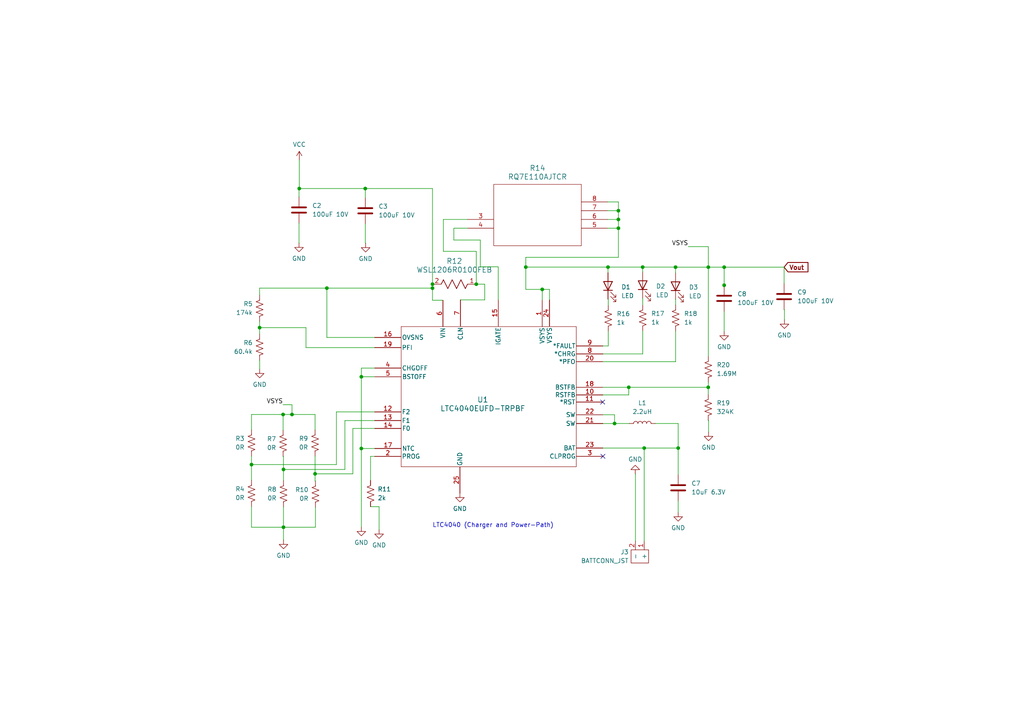
<source format=kicad_sch>
(kicad_sch (version 20231120) (generator "eeschema") (generator_version "8.0")
  (paper "A4")
  (title_block (title "PWX-Schematic_Repo") (date "2024-10-04") (rev "0") (company "Packetworx") (comment 1 "J.Javier"))
  (lib_symbols
    (symbol "Device:C" (pin_numbers hide) (pin_names (offset 0.254))
      (property "Reference" "C" (at 0.635 2.54 0))
      (property "Value" "C" (at 0.635 -2.54 0))
      (symbol "C_0_1"
        (polyline (pts (xy -2.032 -0.762) (xy 2.032 -0.762)) (stroke (width 0.508)))
        (polyline (pts (xy -2.032 0.762) (xy 2.032 0.762)) (stroke (width 0.508)))
      )
      (symbol "C_1_1"
        (pin passive line (at 0 3.81 270) (length 2.794) (name "~") (number "1"))
        (pin passive line (at 0 -3.81 90) (length 2.794) (name "~") (number "2"))
      )
    )
    (symbol "Device:L" (pin_numbers hide) (pin_names (offset 1.016) hide)
      (property "Reference" "L" (at -1.27 0 90))
      (property "Value" "L" (at 1.905 0 90))
      (symbol "L_0_1"
        (arc (start 0 -2.54) (mid 0.6323 -1.905) (end 0 -1.27))
        (arc (start 0 -1.27) (mid 0.6323 -0.635) (end 0 0))
        (arc (start 0 0) (mid 0.6323 0.635) (end 0 1.27))
        (arc (start 0 1.27) (mid 0.6323 1.905) (end 0 2.54))
      )
      (symbol "L_1_1"
        (pin passive line (at 0 3.81 270) (length 1.27) (name "1") (number "1"))
        (pin passive line (at 0 -3.81 90) (length 1.27) (name "2") (number "2"))
      )
    )
    (symbol "Device:LED" (pin_numbers hide) (pin_names (offset 1.016) hide)
      (property "Reference" "D" (at 0 2.54 0))
      (property "Value" "LED" (at 0 -2.54 0))
      (symbol "LED_0_1"
        (polyline (pts (xy -1.27 -1.27) (xy -1.27 1.27)) (stroke (width 0.254)))
        (polyline (pts (xy -1.27 0) (xy 1.27 0)))
        (polyline (pts (xy 1.27 -1.27) (xy 1.27 1.27) (xy -1.27 0) (xy 1.27 -1.27)) (stroke (width 0.254)))
        (polyline (pts (xy -3.048 -0.762) (xy -4.572 -2.286) (xy -3.81 -2.286) (xy -4.572 -2.286) (xy -4.572 -1.524)))
        (polyline (pts (xy -1.778 -0.762) (xy -3.302 -2.286) (xy -2.54 -2.286) (xy -3.302 -2.286) (xy -3.302 -1.524)))
      )
      (symbol "LED_1_1"
        (pin passive line (at -3.81 0 0) (length 2.54) (name "K") (number "1"))
        (pin passive line (at 3.81 0 180) (length 2.54) (name "A") (number "2"))
      )
    )
    (symbol "Device:R_US" (pin_numbers hide) (pin_names (offset 0))
      (property "Reference" "R" (at 2.54 0 90))
      (property "Value" "R_US" (at -2.54 0 90))
      (symbol "R_US_0_1"
        (polyline (pts (xy 0 -2.286) (xy 0 -2.54)))
        (polyline (pts (xy 0 2.286) (xy 0 2.54)))
        (polyline (pts (xy 0 -0.762) (xy 1.016 -1.143) (xy 0 -1.524) (xy -1.016 -1.905) (xy 0 -2.286)))
        (polyline (pts (xy 0 0.762) (xy 1.016 0.381) (xy 0 0) (xy -1.016 -0.381) (xy 0 -0.762)))
        (polyline (pts (xy 0 2.286) (xy 1.016 1.905) (xy 0 1.524) (xy -1.016 1.143) (xy 0 0.762)))
      )
      (symbol "R_US_1_1"
        (pin passive line (at 0 3.81 270) (length 1.27) (name "~") (number "1"))
        (pin passive line (at 0 -3.81 90) (length 1.27) (name "~") (number "2"))
      )
    )
    (symbol "LTC4040eufd:LTC4040EUFD-TRPBF" (pin_names (offset 0.254))
      (property "Reference" "U2" (at 31.2928 -16.129 0))
      (property "Value" "LTC4040EUFD-TRPBF" (at 31.2928 -18.669 0))
      (symbol "LTC4040EUFD-TRPBF_0_1"
        (polyline (pts (xy 7.62 -35.56) (xy 58.42 -35.56)) (stroke (width 0.127)))
        (polyline (pts (xy 7.62 5.08) (xy 7.62 -35.56)) (stroke (width 0.127)))
        (polyline (pts (xy 58.42 -35.56) (xy 58.42 5.08)) (stroke (width 0.127)))
        (polyline (pts (xy 58.42 5.08) (xy 7.62 5.08)) (stroke (width 0.127)))
        (pin output line (at 48.5394 12.7254 270) (length 7.62) (name "VSYS") (number "1"))
        (pin input line (at 66.1162 -14.732 180) (length 7.62) (name "RSTFB") (number "10"))
        (pin output line (at 66.0654 -16.8148 180) (length 7.62) (name "*RST") (number "11"))
        (pin input line (at -0.0762 -19.6596 0) (length 7.62) (name "F2") (number "12"))
        (pin input line (at -0.0762 -22.1742 0) (length 7.62) (name "F1") (number "13"))
        (pin input line (at -0.0254 -24.4602 0) (length 7.62) (name "F0") (number "14"))
        (pin unspecified line (at 35.7886 12.827 270) (length 7.62) (name "IGATE") (number "15"))
        (pin input line (at -0.0508 1.9304 0) (length 7.62) (name "OVSNS") (number "16"))
        (pin input line (at -0.0254 -30.2768 0) (length 7.62) (name "NTC") (number "17"))
        (pin input line (at 66.0908 -12.5222 180) (length 7.62) (name "BSTFB") (number "18"))
        (pin input line (at -0.0762 -1.016 0) (length 7.62) (name "PFI") (number "19"))
        (pin unspecified line (at -0.0762 -32.5628 0) (length 7.62) (name "PROG") (number "2"))
        (pin output line (at 66.0908 -5.1054 180) (length 7.62) (name "*PFO") (number "20"))
        (pin unspecified line (at 66.1162 -23.0378 180) (length 7.62) (name "SW") (number "21"))
        (pin unspecified line (at 66.1162 -20.4978 180) (length 7.62) (name "SW") (number "22"))
        (pin input line (at 66.1162 -30.1498 180) (length 7.62) (name "BAT") (number "23"))
        (pin output line (at 50.6476 12.8016 270) (length 7.62) (name "VSYS") (number "24"))
        (pin power_in line (at 24.6634 -43.2308 90) (length 7.62) (name "GND") (number "25"))
        (pin unspecified line (at 66.1416 -32.5374 180) (length 7.62) (name "CLPROG") (number "3"))
        (pin unspecified line (at -0.0508 -6.9596 0) (length 7.62) (name "CHGOFF") (number "4"))
        (pin unspecified line (at -0.0254 -9.4742 0) (length 7.62) (name "BSTOFF") (number "5"))
        (pin input line (at 19.7358 12.7254 270) (length 7.62) (name "VIN") (number "6"))
        (pin unspecified line (at 24.8158 12.827 270) (length 7.62) (name "CLN") (number "7"))
        (pin output line (at 66.1416 -2.8448 180) (length 7.62) (name "*CHRG") (number "8"))
        (pin output line (at 66.1162 -0.5334 180) (length 7.62) (name "*FAULT") (number "9"))
      )
    )
    (symbol "Packetworx_Symbols:BATTCONN_JST" (pin_names (offset 1.016))
      (property "Reference" "J" (at -2.54 7.62 0))
      (property "Value" "BATTCONN_JST" (at 1.27 0 0))
      (symbol "BATTCONN_JST_0_1"
        (rectangle (start 0 6.35) (end -3.81 1.27))
      )
      (symbol "BATTCONN_JST_1_1"
        (pin passive line (at 2.54 5.08 180) (length 2.54) (name "+") (number "1"))
        (pin passive line (at 2.54 2.54 180) (length 2.54) (name "-") (number "2"))
      )
    )
    (symbol "RQ7E110AJTCR:RQ7E110AJTCR" (pin_names (offset 0.254))
      (property "Reference" "R" (at 20.32 10.16 0))
      (property "Value" "RQ7E110AJTCR" (at 20.32 7.62 0))
      (symbol "RQ7E110AJTCR_0_1"
        (polyline (pts (xy 7.62 -12.7) (xy 33.02 -12.7)) (stroke (width 0.127)))
        (polyline (pts (xy 7.62 5.08) (xy 7.62 -12.7)) (stroke (width 0.127)))
        (polyline (pts (xy 33.02 -12.7) (xy 33.02 5.08)) (stroke (width 0.127)))
        (polyline (pts (xy 33.02 5.08) (xy 7.62 5.08)) (stroke (width 0.127)))
        (pin unspecified line (at 0 -5.08 0) (length 7.62) (name "") (number "3"))
        (pin unspecified line (at 0 -7.62 0) (length 7.62) (name "") (number "4"))
        (pin unspecified line (at 40.64 -7.62 180) (length 7.62) (name "") (number "5"))
        (pin unspecified line (at 40.64 -5.08 180) (length 7.62) (name "") (number "6"))
        (pin unspecified line (at 40.64 -2.54 180) (length 7.62) (name "") (number "7"))
        (pin unspecified line (at 40.64 0 180) (length 7.62) (name "") (number "8"))
      )
    )
    (symbol "WSL1206R0100FEB:WSL1206R0100FEB" (pin_names (offset 0.254))
      (property "Reference" "R" (at 5.715 3.81 0))
      (property "Value" "WSL1206R0100FEB" (at 6.35 -3.81 0))
      (symbol "WSL1206R0100FEB_1_1"
        (polyline (pts (xy 2.54 0) (xy 3.175 1.27)) (stroke (width 0.2032)))
        (polyline (pts (xy 3.175 1.27) (xy 4.445 -1.27)) (stroke (width 0.2032)))
        (polyline (pts (xy 4.445 -1.27) (xy 5.715 1.27)) (stroke (width 0.2032)))
        (polyline (pts (xy 5.715 1.27) (xy 6.985 -1.27)) (stroke (width 0.2032)))
        (polyline (pts (xy 6.985 -1.27) (xy 8.255 1.27)) (stroke (width 0.2032)))
        (polyline (pts (xy 8.255 1.27) (xy 9.525 -1.27)) (stroke (width 0.2032)))
        (polyline (pts (xy 9.525 -1.27) (xy 10.16 0)) (stroke (width 0.2032)))
        (pin unspecified line (at 12.7 0 180) (length 2.54) (name "") (number "1"))
        (pin unspecified line (at 0 0 0) (length 2.54) (name "") (number "2"))
      )
      (symbol "WSL1206R0100FEB_1_2"
        (polyline (pts (xy -1.27 3.175) (xy 1.27 4.445)) (stroke (width 0.2032)))
        (polyline (pts (xy -1.27 5.715) (xy 1.27 6.985)) (stroke (width 0.2032)))
        (polyline (pts (xy -1.27 8.255) (xy 1.27 9.525)) (stroke (width 0.2032)))
        (polyline (pts (xy 0 2.54) (xy -1.27 3.175)) (stroke (width 0.2032)))
        (polyline (pts (xy 1.27 4.445) (xy -1.27 5.715)) (stroke (width 0.2032)))
        (polyline (pts (xy 1.27 6.985) (xy -1.27 8.255)) (stroke (width 0.2032)))
        (polyline (pts (xy 1.27 9.525) (xy 0 10.16)) (stroke (width 0.2032)))
        (pin unspecified line (at 0 12.7 270) (length 2.54) (name "") (number "1"))
        (pin unspecified line (at 0 0 90) (length 2.54) (name "") (number "2"))
      )
    )
    (symbol "power:GND" (power) (pin_names (offset 0))
      (property "Value" "GND" (at 0 -3.81 0))
      (symbol "GND_0_1"
        (polyline (pts (xy 0 0) (xy 0 -1.27) (xy 1.27 -1.27) (xy 0 -2.54) (xy -1.27 -1.27) (xy 0 -1.27)))
      )
      (symbol "GND_1_1"
        (pin power_in line (at 0 0 270) (length 0) hide (name "GND") (number "1"))
      )
    )
    (symbol "power:VCC" (power) (pin_numbers hide) (pin_names (offset 0) hide)
      (property "Value" "VCC" (at 0 3.556 0))
      (symbol "VCC_0_1"
        (polyline (pts (xy -0.762 1.27) (xy 0 2.54)))
        (polyline (pts (xy 0 0) (xy 0 2.54)))
        (polyline (pts (xy 0 2.54) (xy 0.762 1.27)))
      )
      (symbol "VCC_1_1"
        (pin power_in line (at 0 0 90) (length 0) (name "~") (number "1"))
      )
    )
  )
  (junction (at 72.9455 134.747))
  (junction (at 186.401 77.4721))
  (junction (at 105.9476 54.6855))
  (junction (at 91.3837 137.4289))
  (junction (at 94.8055 83.57))
  (junction (at 179.3636 61.1098))
  (junction (at 104.8039 109.2804))
  (junction (at 125.437 82.4214))
  (junction (at 196.6977 129.956))
  (junction (at 195.9368 77.489))
  (junction (at 104.8039 130.083))
  (junction (at 75.2934 95.0249))
  (junction (at 138.137 82.4214))
  (junction (at 125.437 83.57))
  (junction (at 84.6895 120.2199))
  (junction (at 82.2205 136.1625))
  (junction (at 82.2205 152.9193))
  (junction (at 82.1087 120.2199))
  (junction (at 179.3636 63.6498))
  (junction (at 210.0348 82.726))
  (junction (at 176.3438 77.4721))
  (junction (at 179.3636 66.1898))
  (junction (at 157.2723 83.9356))
  (junction (at 186.8444 129.956))
  (junction (at 182.3646 112.3284))
  (junction (at 152.5045 77.4721))
  (junction (at 178.2486 122.8326))
  (junction (at 205.4404 77.489))
  (junction (at 210.0347 77.489))
  (junction (at 86.8025 54.6855))
  (junction (at 205.4176 112.3284))
  (no_connect (at 174.8713 132.3436))
  (no_connect (at 174.7951 116.621))
  (wire (pts (xy 182.3646 114.5382) (xy 182.3646 112.3284)))
  (wire (pts (xy 157.2691 87.0808) (xy 157.2723 87.0808)))
  (wire (pts (xy 176.2326 61.1098) (xy 179.3636 61.1098)))
  (wire (pts (xy 102.3455 137.4289) (xy 91.3837 137.4289)))
  (wire (pts (xy 72.9455 132.2733) (xy 72.9455 134.747)))
  (wire (pts (xy 75.2934 83.57) (xy 94.8055 83.57)))
  (wire (pts (xy 72.9455 146.9121) (xy 72.9455 152.9193)))
  (wire (pts (xy 179.3636 74.6352) (xy 152.5045 74.6352)))
  (wire (pts (xy 205.4176 114.3454) (xy 205.4176 112.3284)))
  (wire (pts (xy 91.3837 120.2199) (xy 84.6895 120.2199)))
  (wire (pts (xy 108.7043 124.2664) (xy 102.3455 124.2664)))
  (wire (pts (xy 176.4171 86.7399) (xy 176.3438 86.7399)))
  (wire (pts (xy 86.7271 57.1008) (xy 86.7271 54.6855)))
  (wire (pts (xy 152.5045 83.9356) (xy 152.5045 77.4721)))
  (wire (pts (xy 178.2486 120.304) (xy 178.2486 122.8326)))
  (wire (pts (xy 108.6535 121.9804) (xy 100.0361 121.9804)))
  (wire (pts (xy 186.401 78.8964) (xy 186.401 77.4721)))
  (wire (pts (xy 82.0821 117.389) (xy 84.6895 117.389)))
  (wire (pts (xy 210.0347 77.489) (xy 205.4404 77.489)))
  (wire (pts (xy 105.9476 54.6855) (xy 105.9476 57.3243)))
  (wire (pts (xy 97.5777 119.4658) (xy 97.5777 134.747)))
  (wire (pts (xy 157.2723 87.0808) (xy 157.2723 83.9356)))
  (wire (pts (xy 152.5045 83.9356) (xy 157.2723 83.9356)))
  (wire (pts (xy 195.9576 88.4303) (xy 195.9576 86.8144)))
  (wire (pts (xy 176.2326 66.1898) (xy 179.3636 66.1898)))
  (wire (pts (xy 205.4404 103.3108) (xy 205.4404 77.489)))
  (wire (pts (xy 84.6895 117.389) (xy 84.6895 120.2199)))
  (wire (pts (xy 125.437 82.4214) (xy 125.437 83.57)))
  (wire (pts (xy 86.8025 46.4438) (xy 86.8025 54.6855)))
  (wire (pts (xy 125.437 87.0808) (xy 125.437 83.57)))
  (wire (pts (xy 190.1043 122.8326) (xy 196.6977 122.8326)))
  (wire (pts (xy 174.8459 114.5382) (xy 182.3646 114.5382)))
  (wire (pts (xy 97.5777 134.747) (xy 72.9455 134.747)))
  (wire (pts (xy 128.595 72.8978) (xy 128.595 63.6498)))
  (wire (pts (xy 86.7271 64.7208) (xy 86.7271 70.4905)))
  (wire (pts (xy 186.401 77.4721) (xy 195.9368 77.4721)))
  (wire (pts (xy 135.5926 66.1898) (xy 131.6353 66.1898)))
  (wire (pts (xy 75.3151 104.511) (xy 75.2934 104.511)))
  (wire (pts (xy 128.4655 87.0808) (xy 125.437 87.0808)))
  (wire (pts (xy 102.3455 124.2664) (xy 102.3455 137.4289)))
  (wire (pts (xy 179.3636 58.5698) (xy 176.2326 58.5698)))
  (wire (pts (xy 108.7043 109.2804) (xy 104.8039 109.2804)))
  (wire (pts (xy 94.8055 97.8758) (xy 94.8055 83.57)))
  (wire (pts (xy 205.4404 77.489) (xy 195.9368 77.489)))
  (wire (pts (xy 131.6353 69.6162) (xy 139.3085 69.6162)))
  (wire (pts (xy 82.1087 124.765) (xy 82.1087 120.2199)))
  (wire (pts (xy 88.7496 95.0249) (xy 75.2934 95.0249)))
  (wire (pts (xy 75.2934 93.2246) (xy 75.2934 95.0249)))
  (wire (pts (xy 91.3837 124.6533) (xy 91.3837 120.2199)))
  (wire (pts (xy 86.8025 54.6855) (xy 105.9476 54.6855)))
  (wire (pts (xy 82.2205 136.1625) (xy 82.2205 132.385)))
  (wire (pts (xy 195.9576 86.8144) (xy 195.9368 86.8144)))
  (wire (pts (xy 104.8039 130.083) (xy 104.8039 152.8735)))
  (wire (pts (xy 100.0361 121.9804) (xy 100.0361 136.1625)))
  (wire (pts (xy 195.9576 104.9116) (xy 195.9576 96.0503)))
  (wire (pts (xy 196.6977 148.6144) (xy 196.6977 145.2888)))
  (wire (pts (xy 174.8205 112.3284) (xy 182.3646 112.3284)))
  (wire (pts (xy 109.9522 153.6251) (xy 109.9522 146.9647)))
  (wire (pts (xy 174.8459 120.304) (xy 178.2486 120.304)))
  (wire (pts (xy 108.7043 130.083) (xy 104.8039 130.083)))
  (wire (pts (xy 75.2934 83.57) (xy 75.2934 85.6046)))
  (wire (pts (xy 184.3044 137.4818) (xy 184.2465 137.4818)))
  (wire (pts (xy 176.4171 100.3396) (xy 174.8459 100.3396)))
  (wire (pts (xy 109.9522 146.9647) (xy 107.4748 146.9647)))
  (wire (pts (xy 157.2723 83.9356) (xy 159.3773 83.9356)))
  (wire (pts (xy 179.3636 63.6498) (xy 179.3636 66.1898)))
  (wire (pts (xy 196.6977 122.8326) (xy 196.6977 129.956)))
  (wire (pts (xy 174.8205 104.9116) (xy 195.9576 104.9116)))
  (wire (pts (xy 105.9476 54.6855) (xy 125.437 54.6855)))
  (wire (pts (xy 82.2205 152.9193) (xy 82.2205 156.6276)))
  (wire (pts (xy 205.4404 71.5365) (xy 205.4404 77.489)))
  (wire (pts (xy 178.2486 122.8326) (xy 182.4843 122.8326)))
  (wire (pts (xy 176.4171 96.111) (xy 176.4171 100.3396)))
  (wire (pts (xy 100.0361 136.1625) (xy 82.2205 136.1625)))
  (wire (pts (xy 179.3636 58.5698) (xy 179.3636 61.1098)))
  (wire (pts (xy 72.9455 120.2199) (xy 72.9455 124.6533)))
  (wire (pts (xy 104.8039 109.2804) (xy 104.8039 130.083)))
  (wire (pts (xy 182.3646 112.3284) (xy 205.4176 112.3284)))
  (wire (pts (xy 205.5148 121.9654) (xy 205.4176 121.9654)))
  (wire (pts (xy 152.5045 74.6352) (xy 152.5045 77.4721)))
  (wire (pts (xy 174.8459 129.956) (xy 186.8444 129.956)))
  (wire (pts (xy 105.9476 70.5528) (xy 105.9476 64.9443)))
  (wire (pts (xy 106.0436 70.5528) (xy 105.9476 70.5528)))
  (wire (pts (xy 227.4208 77.489) (xy 210.0347 77.489)))
  (wire (pts (xy 152.5045 77.4721) (xy 176.3438 77.4721)))
  (wire (pts (xy 75.2934 95.0249) (xy 75.2934 96.891)))
  (wire (pts (xy 82.2205 152.9193) (xy 91.4955 152.9193)))
  (wire (pts (xy 196.6977 129.956) (xy 196.6977 137.6688)))
  (wire (pts (xy 205.4176 112.3284) (xy 205.4404 112.3284)))
  (wire (pts (xy 184.3044 156.9388) (xy 184.3044 137.4818)))
  (wire (pts (xy 174.8459 122.844) (xy 178.2486 122.844)))
  (wire (pts (xy 108.6535 100.8222) (xy 88.7496 100.8222)))
  (wire (pts (xy 107.4748 139.3447) (xy 107.4748 132.369)))
  (wire (pts (xy 108.6535 119.4658) (xy 97.5777 119.4658)))
  (wire (pts (xy 199.6253 71.5365) (xy 205.4404 71.5365)))
  (wire (pts (xy 140.5969 82.4214) (xy 138.137 82.4214)))
  (wire (pts (xy 227.4208 77.489) (xy 227.4208 82.2119)))
  (wire (pts (xy 88.7496 100.8222) (xy 88.7496 95.0249)))
  (wire (pts (xy 75.3151 107.0473) (xy 75.3151 104.511)))
  (wire (pts (xy 140.5969 86.9792) (xy 140.5969 82.4214)))
  (wire (pts (xy 176.3438 79.1199) (xy 176.3438 77.4721)))
  (wire (pts (xy 94.8055 83.57) (xy 125.437 83.57)))
  (wire (pts (xy 179.3636 61.1098) (xy 179.3636 63.6498)))
  (wire (pts (xy 104.8039 106.7658) (xy 104.8039 109.2804)))
  (wire (pts (xy 205.4404 112.3284) (xy 205.4404 110.9308)))
  (wire (pts (xy 176.4171 88.491) (xy 176.4171 86.7399)))
  (wire (pts (xy 125.437 54.6855) (xy 125.437 82.4214)))
  (wire (pts (xy 159.3773 83.9356) (xy 159.3773 87.0046)))
  (wire (pts (xy 139.3085 69.6162) (xy 139.3085 77.3859)))
  (wire (pts (xy 128.595 72.8978) (xy 138.137 72.8978)))
  (wire (pts (xy 186.8444 129.956) (xy 196.6977 129.956)))
  (wire (pts (xy 138.137 72.8978) (xy 138.137 82.4214)))
  (wire (pts (xy 144.5085 77.3859) (xy 144.5085 86.9792)))
  (wire (pts (xy 82.2205 132.385) (xy 82.1087 132.385)))
  (wire (pts (xy 108.6789 97.8758) (xy 94.8055 97.8758)))
  (wire (pts (xy 176.3438 77.4721) (xy 186.401 77.4721)))
  (wire (pts (xy 91.3837 132.2733) (xy 91.3837 137.4289)))
  (wire (pts (xy 107.4748 132.369) (xy 108.6535 132.369)))
  (wire (pts (xy 86.7271 54.6855) (xy 86.8025 54.6855)))
  (wire (pts (xy 174.8713 102.651) (xy 186.4219 102.651)))
  (wire (pts (xy 227.5169 92.7388) (xy 227.5169 89.8319)))
  (wire (pts (xy 91.3837 139.5156) (xy 91.4955 139.5156)))
  (wire (pts (xy 186.4219 102.651) (xy 186.4219 96.0282)))
  (wire (pts (xy 72.9455 134.747) (xy 72.9455 139.2921)))
  (wire (pts (xy 210.0348 82.726) (xy 210.0347 82.726)))
  (wire (pts (xy 72.9455 120.2199) (xy 82.1087 120.2199)))
  (wire (pts (xy 195.9368 77.4721) (xy 195.9368 77.489)))
  (wire (pts (xy 139.3085 77.3859) (xy 144.5085 77.3859)))
  (wire (pts (xy 179.3636 66.1898) (xy 179.3636 74.6352)))
  (wire (pts (xy 144.5085 86.9792) (xy 144.5183 86.9792)))
  (wire (pts (xy 195.9368 77.489) (xy 195.9368 79.1944)))
  (wire (pts (xy 133.5455 86.9792) (xy 140.5969 86.9792)))
  (wire (pts (xy 108.6789 106.7658) (xy 104.8039 106.7658)))
  (wire (pts (xy 82.2205 147.0239) (xy 82.2205 152.9193)))
  (wire (pts (xy 186.8444 129.956) (xy 186.8444 156.9388)))
  (wire (pts (xy 72.9455 152.9193) (xy 82.2205 152.9193)))
  (wire (pts (xy 91.4955 152.9193) (xy 91.4955 147.1356)))
  (wire (pts (xy 186.4219 88.4082) (xy 186.4219 86.5164)))
  (wire (pts (xy 128.595 63.6498) (xy 135.5926 63.6498)))
  (wire (pts (xy 91.3837 137.4289) (xy 91.3837 139.5156)))
  (wire (pts (xy 205.5148 125.291) (xy 205.5148 121.9654)))
  (wire (pts (xy 82.1087 120.2199) (xy 84.6895 120.2199)))
  (wire (pts (xy 227.5169 89.8319) (xy 227.4208 89.8319)))
  (wire (pts (xy 186.4219 86.5164) (xy 186.401 86.5164)))
  (wire (pts (xy 178.2486 122.844) (xy 178.2486 122.8326)))
  (wire (pts (xy 176.2326 63.6498) (xy 179.3636 63.6498)))
  (wire (pts (xy 131.6353 66.1898) (xy 131.6353 69.6162)))
  (wire (pts (xy 82.2205 156.6276) (xy 82.2301 156.6276)))
  (wire (pts (xy 82.2205 139.4039) (xy 82.2205 136.1625)))
  (wire (pts (xy 210.0347 82.726) (xy 210.0347 77.489)))
  (wire (pts (xy 210.0348 90.346) (xy 210.0348 96.1157)))
  (text "LTC4040 (Charger and Power-Path)" (at 125.4159 153.1892 0) (effects (font (size 1.27 1.27)) (justify left bottom)))
  (label "VSYS" (at 199.6253 71.5365 180))
  (label "VSYS" (at 82.0821 117.389 180))
  (global_label "Vout" (shape input) (at 227.4208 77.489 0) (effects (font (thickness 0.254) (bold yes))) (property "Intersheetrefs" "${INTERSHEET_REFS}" (effects (hide yes))))
  (symbol (lib_id "power:GND") (at 133.3931 143.037 0) (unit 1)
    (property "Reference" "#PWR017" (effects (hide yes)))
    (property "Value" "GND" (at 133.3931 147.5269 0))
    (instances (project "Fuel Sensor 12V Modbus Version Optimized" (path "" (reference "#PWR017") (unit 1))) (project "TYPC-C UPS" (path "" (reference "#PWR08") (unit 1))) (project "PWX-Schematic Repo" (path "" (reference "#PWR?") (unit 1))))
  )
  (symbol (lib_id "power:GND") (at 109.9522 153.6251 0) (unit 1)
    (property "Reference" "#PWR016" (effects (hide yes)))
    (property "Value" "GND" (at 109.9522 158.115 0))
    (instances (project "Fuel Sensor 12V Modbus Version Optimized" (path "" (reference "#PWR016") (unit 1))) (project "TYPC-C UPS" (path "" (reference "#PWR07") (unit 1))) (project "PWX-Schematic Repo" (path "" (reference "#PWR?") (unit 1))))
  )
  (symbol (lib_id "Device:C") (at 196.6977 141.4788 0) (unit 1)
    (property "Reference" "C7" (at 200.5219 140.2088 0) (effects (justify left)))
    (property "Value" "10uF 6.3V" (at 200.5219 142.7488 0) (effects (justify left)))
    (property "Footprint" "Capacitor_SMD:C_0603_1608Metric" (effects (hide yes)))
    (property "JLCPCB Part #" "C3039698" (effects (hide yes)))
    (instances (project "Fuel Sensor 12V Modbus Version Optimized" (path "" (reference "C7") (unit 1))) (project "TYPC-C UPS" (path "" (reference "C3") (unit 1))) (project "PWX-Schematic Repo" (path "" (reference "C?") (unit 1))))
  )
  (symbol (lib_id "LTC4040eufd:LTC4040EUFD-TRPBF") (at 108.7297 99.8062 0) (unit 1)
    (property "Reference" "U1" (at 140.0225 115.9352 0) (effects (font (size 1.524 1.524))))
    (property "Value" "LTC4040EUFD-TRPBF" (at 140.0225 118.4752 0) (effects (font (size 1.524 1.524))))
    (property "Footprint" "footprints:QFN-24_UFD_LIT-L" (effects (hide yes)))
    (property "Datasheet" "LTC4040EUFD-TRPBF" (effects (hide yes)))
    (instances (project "Fuel Sensor 12V Modbus Version Optimized" (path "" (reference "U1") (unit 1))) (project "TYPC-C UPS" (path "" (reference "U1") (unit 1))) (project "PWX-Schematic Repo" (path "" (reference "U?") (unit 1))))
  )
  (symbol (lib_id "Device:R_US") (at 107.4748 143.1547 0) (mirror y) (unit 1)
    (property "Reference" "R11" (at 109.5265 141.8847 0) (effects (justify right)))
    (property "Value" "2k" (at 109.5265 144.4247 0) (effects (justify right)))
    (property "Footprint" "Resistor_SMD:R_0603_1608Metric" (effects (hide yes)))
    (property "JLCPCB Part #" "C72817" (effects (hide yes)))
    (instances (project "Fuel Sensor 12V Modbus Version Optimized" (path "" (reference "R11") (unit 1))) (project "TYPC-C UPS" (path "" (reference "R9") (unit 1))) (project "PWX-Schematic Repo" (path "" (reference "R?") (unit 1))))
  )
  (symbol (lib_id "Device:R_US") (at 72.9455 143.1021 0) (mirror x) (unit 1)
    (property "Reference" "R4" (at 70.9595 141.8321 0) (effects (justify right)))
    (property "Value" "0R" (at 70.9595 144.3721 0) (effects (justify right)))
    (property "Footprint" "Resistor_SMD:R_0603_1608Metric" (effects (hide yes)))
    (property "JLCPCB Part #" "C465460" (effects (hide yes)))
    (instances (project "Fuel Sensor 12V Modbus Version Optimized" (path "" (reference "R4") (unit 1))) (project "TYPC-C UPS" (path "" (reference "R2") (unit 1))) (project "PWX-Schematic Repo" (path "" (reference "R?") (unit 1))))
  )
  (symbol (lib_id "Device:R_US") (at 195.9576 92.2403 0) (mirror y) (unit 1)
    (property "Reference" "R18" (at 198.3792 90.9703 0) (effects (justify right)))
    (property "Value" "1k" (at 198.3792 93.5103 0) (effects (justify right)))
    (property "Footprint" "Resistor_SMD:R_0603_1608Metric" (effects (hide yes)))
    (property "JLCPCB Part #" "C253329" (effects (hide yes)))
    (instances (project "Fuel Sensor 12V Modbus Version Optimized" (path "" (reference "R18") (unit 1))) (project "TYPC-C UPS" (path "" (reference "R13") (unit 1))) (project "PWX-Schematic Repo" (path "" (reference "R?") (unit 1))))
  )
  (symbol (lib_id "Device:R_US") (at 205.4404 107.1208 0) (mirror y) (unit 1)
    (property "Reference" "R20" (at 207.862 105.8508 0) (effects (justify right)))
    (property "Value" "1.69M" (at 207.862 108.3908 0) (effects (justify right)))
    (property "Footprint" "Resistor_SMD:R_0603_1608Metric" (effects (hide yes)))
    (property "JLCPCB Part #" "C227677" (effects (hide yes)))
    (instances (project "Fuel Sensor 12V Modbus Version Optimized" (path "" (reference "R20") (unit 1))) (project "TYPC-C UPS" (path "" (reference "R15") (unit 1))) (project "PWX-Schematic Repo" (path "" (reference "R?") (unit 1))))
  )
  (symbol (lib_id "power:GND") (at 184.2465 137.4818 180) (unit 1)
    (property "Reference" "#PWR020" (effects (hide yes)))
    (property "Value" "GND" (at 184.2465 133.2255 0))
    (instances (project "Fuel Sensor 12V Modbus Version Optimized" (path "" (reference "#PWR020") (unit 1))) (project "TYPC-C UPS" (path "" (reference "#PWR010") (unit 1))) (project "PWX-Schematic Repo" (path "" (reference "#PWR?") (unit 1))))
  )
  (symbol (lib_id "RQ7E110AJTCR:RQ7E110AJTCR") (at 135.5926 58.5698 0) (unit 1)
    (property "Reference" "R14" (at 155.9126 48.7459 0) (effects (font (size 1.524 1.524))))
    (property "Value" "RQ7E110AJTCR" (at 155.9126 51.2859 0) (effects (font (size 1.524 1.524))))
    (property "Footprint" "footprints:TRANS_RQ7E055_ROM-M" (effects (hide yes)))
    (property "Datasheet" "RQ7E110AJTCR" (effects (hide yes)))
    (property "Digikey" "https://www.digikey.ph/en/products/detail/rohm-semiconductor/RQ7E110AJTCR/6573266?s=N4IgTCBcDaIEoEUDsBRAjGgDAQQFIBUBhOEAXQF8g" (effects (hide yes)))
    (instances (project "Fuel Sensor 12V Modbus Version Optimized" (path "" (reference "R14") (unit 1))) (project "TYPC-C UPS" (path "" (reference "R18") (unit 1))) (project "PWX-Schematic Repo" (path "" (reference "R?") (unit 1))))
  )
  (symbol (lib_id "power:GND") (at 86.7271 70.4905 0) (unit 1)
    (property "Reference" "#PWR011" (effects (hide yes)))
    (property "Value" "GND" (at 86.7271 74.9804 0))
    (instances (project "Fuel Sensor 12V Modbus Version Optimized" (path "" (reference "#PWR011") (unit 1))) (project "TYPC-C UPS" (path "" (reference "#PWR04") (unit 1))) (project "PWX-Schematic Repo" (path "" (reference "#PWR?") (unit 1))))
  )
  (symbol (lib_id "Device:R_US") (at 82.2205 143.2139 0) (mirror x) (unit 1)
    (property "Reference" "R8" (at 80.2345 141.9439 0) (effects (justify right)))
    (property "Value" "0R" (at 80.2345 144.4839 0) (effects (justify right)))
    (property "Footprint" "Resistor_SMD:R_0603_1608Metric" (effects (hide yes)))
    (property "JLCPCB Part #" "C465460" (effects (hide yes)))
    (instances (project "Fuel Sensor 12V Modbus Version Optimized" (path "" (reference "R8") (unit 1))) (project "TYPC-C UPS" (path "" (reference "R6") (unit 1))) (project "PWX-Schematic Repo" (path "" (reference "R?") (unit 1))))
  )
  (symbol (lib_id "Device:R_US") (at 91.3837 128.4633 0) (mirror x) (unit 1)
    (property "Reference" "R9" (at 89.3977 127.1933 0) (effects (justify right)))
    (property "Value" "0R" (at 89.3977 129.7333 0) (effects (justify right)))
    (property "Footprint" "Resistor_SMD:R_0603_1608Metric" (effects (hide yes)))
    (property "JLCPCB Part #" "C465460" (effects (hide yes)))
    (instances (project "Fuel Sensor 12V Modbus Version Optimized" (path "" (reference "R9") (unit 1))) (project "TYPC-C UPS" (path "" (reference "R7") (unit 1))) (project "PWX-Schematic Repo" (path "" (reference "R?") (unit 1))))
  )
  (symbol (lib_id "Device:C") (at 210.0348 86.536 0) (unit 1)
    (property "Reference" "C8" (at 213.859 85.266 0) (effects (justify left)))
    (property "Value" "100uF 10V" (at 213.859 87.806 0) (effects (justify left)))
    (property "Footprint" "Capacitor_SMD:C_0603_1608Metric" (effects (hide yes)))
    (property "JLCPCB Part #" "C5240380" (effects (hide yes)))
    (instances (project "Fuel Sensor 12V Modbus Version Optimized" (path "" (reference "C8") (unit 1))) (project "TYPC-C UPS" (path "" (reference "C4") (unit 1))) (project "PWX-Schematic Repo" (path "" (reference "C?") (unit 1))))
  )
  (symbol (lib_id "power:GND") (at 75.3151 107.0473 0) (unit 1)
    (property "Reference" "#PWR08" (effects (hide yes)))
    (property "Value" "GND" (at 75.3151 111.5372 0))
    (instances (project "Fuel Sensor 12V Modbus Version Optimized" (path "" (reference "#PWR08") (unit 1))) (project "TYPC-C UPS" (path "" (reference "#PWR01") (unit 1))) (project "PWX-Schematic Repo" (path "" (reference "#PWR?") (unit 1))))
  )
  (symbol (lib_id "power:GND") (at 205.5148 125.291 0) (unit 1)
    (property "Reference" "#PWR023" (effects (hide yes)))
    (property "Value" "GND" (at 205.5148 129.7809 0))
    (instances (project "Fuel Sensor 12V Modbus Version Optimized" (path "" (reference "#PWR023") (unit 1))) (project "TYPC-C UPS" (path "" (reference "#PWR012") (unit 1))) (project "PWX-Schematic Repo" (path "" (reference "#PWR?") (unit 1))))
  )
  (symbol (lib_id "power:GND") (at 227.5169 92.7388 0) (unit 1)
    (property "Reference" "#PWR025" (effects (hide yes)))
    (property "Value" "GND" (at 227.5169 97.2287 0))
    (instances (project "Fuel Sensor 12V Modbus Version Optimized" (path "" (reference "#PWR025") (unit 1))) (project "TYPC-C UPS" (path "" (reference "#PWR015") (unit 1))) (project "PWX-Schematic Repo" (path "" (reference "#PWR?") (unit 1))))
  )
  (symbol (lib_id "Device:R_US") (at 91.4955 143.3256 0) (mirror x) (unit 1)
    (property "Reference" "R10" (at 89.5095 142.0556 0) (effects (justify right)))
    (property "Value" "0R" (at 89.5095 144.5956 0) (effects (justify right)))
    (property "Footprint" "Resistor_SMD:R_0603_1608Metric" (effects (hide yes)))
    (property "JLCPCB Part #" "C465460" (effects (hide yes)))
    (instances (project "Fuel Sensor 12V Modbus Version Optimized" (path "" (reference "R10") (unit 1))) (project "TYPC-C UPS" (path "" (reference "R8") (unit 1))) (project "PWX-Schematic Repo" (path "" (reference "R?") (unit 1))))
  )
  (symbol (lib_id "power:GND") (at 106.0436 70.5528 0) (unit 1)
    (property "Reference" "#PWR014" (effects (hide yes)))
    (property "Value" "GND" (at 106.0436 75.0427 0))
    (instances (project "Fuel Sensor 12V Modbus Version Optimized" (path "" (reference "#PWR014") (unit 1))) (project "TYPC-C UPS" (path "" (reference "#PWR06") (unit 1))) (project "PWX-Schematic Repo" (path "" (reference "#PWR?") (unit 1))))
  )
  (symbol (lib_id "power:GND") (at 210.0348 96.1157 0) (unit 1)
    (property "Reference" "#PWR024" (effects (hide yes)))
    (property "Value" "GND" (at 210.0348 100.6056 0))
    (instances (project "Fuel Sensor 12V Modbus Version Optimized" (path "" (reference "#PWR024") (unit 1))) (project "TYPC-C UPS" (path "" (reference "#PWR013") (unit 1))) (project "PWX-Schematic Repo" (path "" (reference "#PWR?") (unit 1))))
  )
  (symbol (lib_id "power:GND") (at 104.8039 152.8735 0) (unit 1)
    (property "Reference" "#PWR013" (effects (hide yes)))
    (property "Value" "GND" (at 104.8039 157.3634 0))
    (instances (project "Fuel Sensor 12V Modbus Version Optimized" (path "" (reference "#PWR013") (unit 1))) (project "TYPC-C UPS" (path "" (reference "#PWR05") (unit 1))) (project "PWX-Schematic Repo" (path "" (reference "#PWR?") (unit 1))))
  )
  (symbol (lib_id "WSL1206R0100FEB:WSL1206R0100FEB") (at 125.437 82.4214 0) (unit 1)
    (property "Reference" "R12" (at 131.787 75.7198 0) (effects (font (size 1.524 1.524))))
    (property "Value" "WSL1206R0100FEB" (at 131.787 78.2598 0) (effects (font (size 1.524 1.524))))
    (property "Footprint" "footprints:RES_1206_WSL-L" (effects (hide yes)))
    (property "Datasheet" "WSL1206R0100FEB" (effects (hide yes)))
    (property "JLCPCB Part #" "C4303449" (effects (hide yes)))
    (instances (project "Fuel Sensor 12V Modbus Version Optimized" (path "" (reference "R12") (unit 1))) (project "TYPC-C UPS" (path "" (reference "R19") (unit 1))) (project "PWX-Schematic Repo" (path "" (reference "R?") (unit 1))))
  )
  (symbol (lib_id "Device:R_US") (at 176.4171 92.301 0) (mirror y) (unit 1)
    (property "Reference" "R16" (at 178.8387 91.031 0) (effects (justify right)))
    (property "Value" "1k" (at 178.8387 93.571 0) (effects (justify right)))
    (property "Footprint" "Resistor_SMD:R_0603_1608Metric" (effects (hide yes)))
    (property "JLCPCB Part #" "C253329" (effects (hide yes)))
    (instances (project "Fuel Sensor 12V Modbus Version Optimized" (path "" (reference "R16") (unit 1))) (project "TYPC-C UPS" (path "" (reference "R11") (unit 1))) (project "PWX-Schematic Repo" (path "" (reference "R?") (unit 1))))
  )
  (symbol (lib_id "Device:LED") (at 176.3438 82.9299 90) (unit 1)
    (property "Reference" "D1" (at 180.2019 83.2474 90) (effects (justify right)))
    (property "Value" "LED" (at 180.2019 85.7874 90) (effects (justify right)))
    (property "Footprint" "LED_SMD:LED_0603_1608Metric" (effects (hide yes)))
    (property "JLCPCB Part #" "C4749152" (effects (hide yes)))
    (instances (project "Fuel Sensor 12V Modbus Version Optimized" (path "" (reference "D1") (unit 1))) (project "TYPC-C UPS" (path "" (reference "D1") (unit 1))) (project "PWX-Schematic Repo" (path "" (reference "D?") (unit 1))))
  )
  (symbol (lib_id "Device:C") (at 227.4208 86.0219 0) (unit 1)
    (property "Reference" "C9" (at 231.245 84.7519 0) (effects (justify left)))
    (property "Value" "100uF 10V" (at 231.245 87.2919 0) (effects (justify left)))
    (property "Footprint" "Capacitor_SMD:C_0603_1608Metric" (effects (hide yes)))
    (property "JLCPCB Part #" "C5240380" (effects (hide yes)))
    (instances (project "Fuel Sensor 12V Modbus Version Optimized" (path "" (reference "C9") (unit 1))) (project "TYPC-C UPS" (path "" (reference "C5") (unit 1))) (project "PWX-Schematic Repo" (path "" (reference "C?") (unit 1))))
  )
  (symbol (lib_id "Device:R_US") (at 205.4176 118.1554 0) (mirror y) (unit 1)
    (property "Reference" "R19" (at 207.8392 116.8854 0) (effects (justify right)))
    (property "Value" "324K" (at 207.8392 119.4254 0) (effects (justify right)))
    (property "Footprint" "Resistor_SMD:R_0603_1608Metric" (effects (hide yes)))
    (property "JLCPCB Part #" "C321856" (effects (hide yes)))
    (instances (project "Fuel Sensor 12V Modbus Version Optimized" (path "" (reference "R19") (unit 1))) (project "TYPC-C UPS" (path "" (reference "R14") (unit 1))) (project "PWX-Schematic Repo" (path "" (reference "R?") (unit 1))))
  )
  (symbol (lib_id "Device:R_US") (at 75.2934 89.4146 0) (mirror x) (unit 1)
    (property "Reference" "R5" (at 73.3074 88.1446 0) (effects (justify right)))
    (property "Value" "174k" (at 73.3074 90.6846 0) (effects (justify right)))
    (property "Footprint" "Resistor_SMD:R_0603_1608Metric" (effects (hide yes)))
    (property "JLCPCB Part #" "C321753" (effects (hide yes)))
    (instances (project "Fuel Sensor 12V Modbus Version Optimized" (path "" (reference "R5") (unit 1))) (project "TYPC-C UPS" (path "" (reference "R3") (unit 1))) (project "PWX-Schematic Repo" (path "" (reference "R?") (unit 1))))
  )
  (symbol (lib_id "Device:R_US") (at 82.1087 128.575 0) (mirror x) (unit 1)
    (property "Reference" "R7" (at 80.1227 127.305 0) (effects (justify right)))
    (property "Value" "0R" (at 80.1227 129.845 0) (effects (justify right)))
    (property "Footprint" "Resistor_SMD:R_0603_1608Metric" (effects (hide yes)))
    (property "JLCPCB Part #" "C465460" (effects (hide yes)))
    (instances (project "Fuel Sensor 12V Modbus Version Optimized" (path "" (reference "R7") (unit 1))) (project "TYPC-C UPS" (path "" (reference "R5") (unit 1))) (project "PWX-Schematic Repo" (path "" (reference "R?") (unit 1))))
  )
  (symbol (lib_id "Device:R_US") (at 75.2934 100.701 0) (mirror x) (unit 1)
    (property "Reference" "R6" (at 73.3074 99.431 0) (effects (justify right)))
    (property "Value" "60.4k" (at 73.3074 101.971 0) (effects (justify right)))
    (property "Footprint" "Resistor_SMD:R_0603_1608Metric" (effects (hide yes)))
    (property "JLCPCB Part #" "C325702" (effects (hide yes)))
    (instances (project "Fuel Sensor 12V Modbus Version Optimized" (path "" (reference "R6") (unit 1))) (project "TYPC-C UPS" (path "" (reference "R4") (unit 1))) (project "PWX-Schematic Repo" (path "" (reference "R?") (unit 1))))
  )
  (symbol (lib_id "power:VCC") (at 86.8025 46.4438 0) (unit 1)
    (property "Reference" "#PWR019" (effects (hide yes)))
    (property "Value" "VCC" (at 86.8025 41.91 0))
    (property "Description" "Power symbol creates a global label with name \"VCC\"" (effects (hide yes)))
  )
  (symbol (lib_id "Packetworx_Symbols:BATTCONN_JST") (at 181.7644 159.4788 270) (mirror x) (unit 1)
    (property "Reference" "J3" (at 182.3581 160.1138 90) (effects (justify right)))
    (property "Value" "BATTCONN_JST" (at 182.3581 162.6538 90) (effects (justify right)))
    (property "Footprint" "Connector_JST:JST_XH_B2B-XH-AM_1x02_P2.50mm_Vertical" (effects (hide yes)))
    (instances (project "Fuel Sensor 12V Modbus Version Optimized" (path "" (reference "J3") (unit 1))) (project "TYPC-C UPS" (path "" (reference "J2") (unit 1))) (project "PWX-Schematic Repo" (path "" (reference "J?") (unit 1))))
  )
  (symbol (lib_id "Device:L") (at 186.2943 122.8326 90) (unit 1)
    (property "Reference" "L1" (at 186.2943 116.8693 90))
    (property "Value" "2.2uH" (at 186.2943 119.4093 90))
    (property "Footprint" "footprints:IND_TAIYO_NRS4018_TAY" (effects (hide yes)))
    (property "JLCPCB Part #" "C92959" (effects (hide yes)))
    (instances (project "Fuel Sensor 12V Modbus Version Optimized" (path "" (reference "L1") (unit 1))) (project "TYPC-C UPS" (path "" (reference "L1") (unit 1))) (project "PWX-Schematic Repo" (path "" (reference "L?") (unit 1))))
  )
  (symbol (lib_id "power:GND") (at 82.2301 156.6276 0) (unit 1)
    (property "Reference" "#PWR09" (effects (hide yes)))
    (property "Value" "GND" (at 82.2301 161.1175 0))
    (instances (project "Fuel Sensor 12V Modbus Version Optimized" (path "" (reference "#PWR09") (unit 1))) (project "TYPC-C UPS" (path "" (reference "#PWR03") (unit 1))) (project "PWX-Schematic Repo" (path "" (reference "#PWR?") (unit 1))))
  )
  (symbol (lib_id "Device:R_US") (at 72.9455 128.4633 0) (mirror x) (unit 1)
    (property "Reference" "R3" (at 70.9595 127.1933 0) (effects (justify right)))
    (property "Value" "0R" (at 70.9595 129.7333 0) (effects (justify right)))
    (property "Footprint" "Resistor_SMD:R_0603_1608Metric" (effects (hide yes)))
    (property "JLCPCB Part #" "C465460" (effects (hide yes)))
    (instances (project "Fuel Sensor 12V Modbus Version Optimized" (path "" (reference "R3") (unit 1))) (project "TYPC-C UPS" (path "" (reference "R1") (unit 1))) (project "PWX-Schematic Repo" (path "" (reference "R?") (unit 1))))
  )
  (symbol (lib_id "power:GND") (at 196.6977 148.6144 0) (unit 1)
    (property "Reference" "#PWR022" (effects (hide yes)))
    (property "Value" "GND" (at 196.6977 153.1043 0))
    (instances (project "Fuel Sensor 12V Modbus Version Optimized" (path "" (reference "#PWR022") (unit 1))) (project "TYPC-C UPS" (path "" (reference "#PWR011") (unit 1))) (project "PWX-Schematic Repo" (path "" (reference "#PWR?") (unit 1))))
  )
  (symbol (lib_id "Device:C") (at 86.7271 60.9108 0) (unit 1)
    (property "Reference" "C2" (at 90.5513 59.6408 0) (effects (justify left)))
    (property "Value" "100uF 10V" (at 90.5513 62.1808 0) (effects (justify left)))
    (property "Footprint" "Capacitor_SMD:C_0603_1608Metric" (effects (hide yes)))
    (property "JLCPCB Part #" "C5240380" (effects (hide yes)))
    (instances (project "Fuel Sensor 12V Modbus Version Optimized" (path "" (reference "C2") (unit 1))) (project "TYPC-C UPS" (path "" (reference "C1") (unit 1))) (project "PWX-Schematic Repo" (path "" (reference "C?") (unit 1))))
  )
  (symbol (lib_id "Device:R_US") (at 186.4219 92.2182 0) (mirror y) (unit 1)
    (property "Reference" "R17" (at 188.8435 90.9482 0) (effects (justify right)))
    (property "Value" "1k" (at 188.8435 93.4882 0) (effects (justify right)))
    (property "Footprint" "Resistor_SMD:R_0603_1608Metric" (effects (hide yes)))
    (property "JLCPCB Part #" "C253329" (effects (hide yes)))
    (instances (project "Fuel Sensor 12V Modbus Version Optimized" (path "" (reference "R17") (unit 1))) (project "TYPC-C UPS" (path "" (reference "R12") (unit 1))) (project "PWX-Schematic Repo" (path "" (reference "R?") (unit 1))))
  )
  (symbol (lib_id "Device:C") (at 105.9476 61.1343 0) (unit 1)
    (property "Reference" "C3" (at 109.7718 59.8643 0) (effects (justify left)))
    (property "Value" "100uF 10V" (at 109.7718 62.4043 0) (effects (justify left)))
    (property "Footprint" "Capacitor_SMD:C_0603_1608Metric" (effects (hide yes)))
    (property "JLCPCB Part #" "C5240380" (effects (hide yes)))
    (instances (project "Fuel Sensor 12V Modbus Version Optimized" (path "" (reference "C3") (unit 1))) (project "TYPC-C UPS" (path "" (reference "C2") (unit 1))) (project "PWX-Schematic Repo" (path "" (reference "C?") (unit 1))))
  )
  (symbol (lib_id "Device:LED") (at 195.9368 83.0044 90) (unit 1)
    (property "Reference" "D3" (at 199.7949 83.3219 90) (effects (justify right)))
    (property "Value" "LED" (at 199.7949 85.8619 90) (effects (justify right)))
    (property "Footprint" "LED_SMD:LED_0603_1608Metric" (effects (hide yes)))
    (property "JLCPCB Part #" "C4749152" (effects (hide yes)))
    (instances (project "Fuel Sensor 12V Modbus Version Optimized" (path "" (reference "D3") (unit 1))) (project "TYPC-C UPS" (path "" (reference "D3") (unit 1))) (project "PWX-Schematic Repo" (path "" (reference "D?") (unit 1))))
  )
  (symbol (lib_id "Device:LED") (at 186.401 82.7064 90) (unit 1)
    (property "Reference" "D2" (at 190.2591 83.0239 90) (effects (justify right)))
    (property "Value" "LED" (at 190.2591 85.5639 90) (effects (justify right)))
    (property "Footprint" "LED_SMD:LED_0603_1608Metric" (effects (hide yes)))
    (property "JLCPCB Part #" "C4749152" (effects (hide yes)))
    (instances (project "Fuel Sensor 12V Modbus Version Optimized" (path "" (reference "D2") (unit 1))) (project "TYPC-C UPS" (path "" (reference "D2") (unit 1))) (project "PWX-Schematic Repo" (path "" (reference "D?") (unit 1))))
  )
)
</source>
